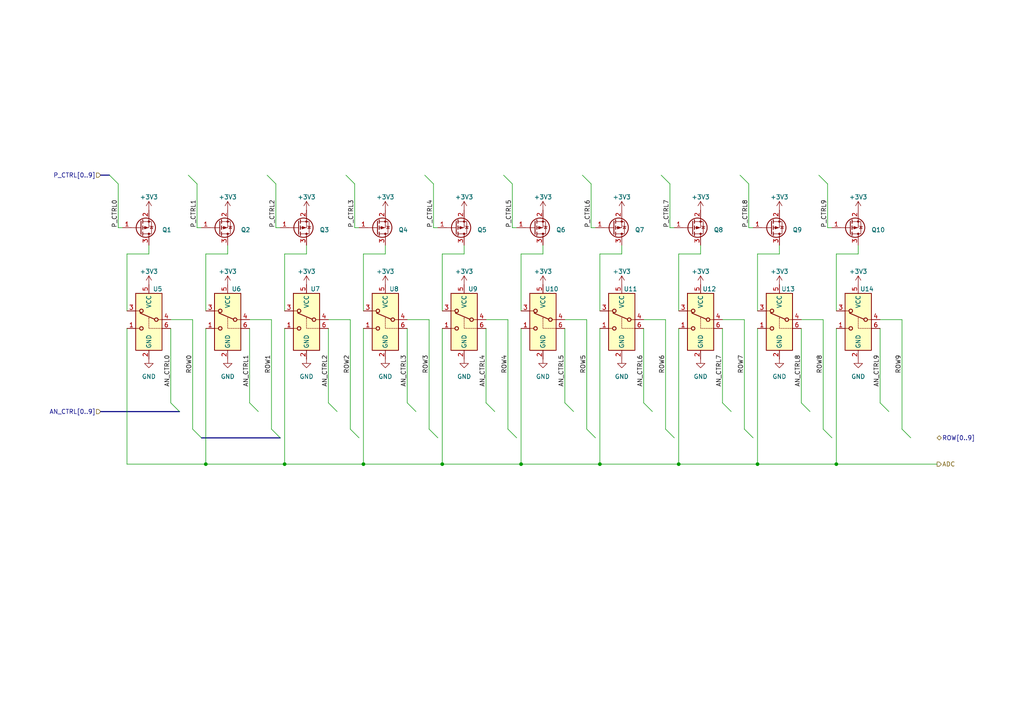
<source format=kicad_sch>
(kicad_sch (version 20210406) (generator eeschema)
  (paper "A4")
  (title_block (title "LED matrix w/ ADC") (date "26/05/2021") (rev "1") (company "Mario Rubio (mrrb.eu)"))
  (lib_symbols
    (symbol "Device:Q_PMOS_GSD" (pin_names (offset 0) hide)
      (property "Reference" "Q" (at 5.08 1.27 0))
      (property "Value" "Q_PMOS_GSD" (at 5.08 -1.27 0))
      (symbol "Q_PMOS_GSD_0_1"
        (circle (center 1.651 0) (radius 2.794) (stroke (width 0.254)))
        (circle (center 2.54 -1.778) (radius 0.254) (fill (type outline)))
        (circle (center 2.54 1.778) (radius 0.254) (fill (type outline)))
        (polyline (pts (xy 0.254 0) (xy -2.54 0)))
        (polyline (pts (xy 0.254 1.905) (xy 0.254 -1.905)) (stroke (width 0.254)))
        (polyline (pts (xy 0.762 -1.27) (xy 0.762 -2.286)) (stroke (width 0.254)))
        (polyline (pts (xy 0.762 0.508) (xy 0.762 -0.508)) (stroke (width 0.254)))
        (polyline (pts (xy 0.762 2.286) (xy 0.762 1.27)) (stroke (width 0.254)))
        (polyline (pts (xy 2.54 2.54) (xy 2.54 1.778)))
        (polyline (pts (xy 2.54 -2.54) (xy 2.54 0) (xy 0.762 0)))
        (polyline (pts (xy 0.762 1.778) (xy 3.302 1.778) (xy 3.302 -1.778) (xy 0.762 -1.778)))
        (polyline (pts (xy 2.794 -0.508) (xy 2.921 -0.381) (xy 3.683 -0.381) (xy 3.81 -0.254)))
        (polyline (pts (xy 3.302 -0.381) (xy 2.921 0.254) (xy 3.683 0.254) (xy 3.302 -0.381)))
        (polyline (pts (xy 2.286 0) (xy 1.27 0.381) (xy 1.27 -0.381) (xy 2.286 0)) (fill (type outline)))
      )
      (symbol "Q_PMOS_GSD_1_1"
        (pin input line (at -5.08 0 0) (length 2.54) (name "G") (number "1"))
        (pin passive line (at 2.54 -5.08 90) (length 2.54) (name "S") (number "2"))
        (pin passive line (at 2.54 5.08 270) (length 2.54) (name "D") (number "3"))
      )
    )
    (symbol "lcsc_analog:BL1551"
      (property "Reference" "U" (at -3.81 8.89 0))
      (property "Value" "BL1551" (at 5.08 8.89 0))
      (symbol "BL1551_1_1"
        (circle (center -2.159 0) (radius 0.508) (stroke (width 0.254)))
        (circle (center 2.159 -2.54) (radius 0.508) (stroke (width 0.254)))
        (circle (center 2.159 2.54) (radius 0.508) (stroke (width 0.254)))
        (rectangle (start -3.81 7.62) (end 3.81 -8.89) (stroke (width 0.254)) (fill (type background)))
        (polyline (pts (xy -3.81 0) (xy -2.794 0)))
        (polyline (pts (xy -3.556 -2.54) (xy -3.81 -2.54)))
        (polyline (pts (xy -3.048 -2.54) (xy -3.302 -2.54)))
        (polyline (pts (xy -2.54 -2.54) (xy -2.794 -2.54)))
        (polyline (pts (xy -2.032 -2.54) (xy -2.286 -2.54)))
        (polyline (pts (xy -1.651 0.127) (xy 2.54 1.905)) (stroke (width 0.254)))
        (polyline (pts (xy -1.524 -2.54) (xy -1.778 -2.54)))
        (polyline (pts (xy -1.016 -2.54) (xy -1.27 -2.54)))
        (polyline (pts (xy -0.508 -2.54) (xy -0.762 -2.54)))
        (polyline (pts (xy 0 -2.54) (xy -0.254 -2.54)))
        (polyline (pts (xy 0 -2.286) (xy 0 -2.032)))
        (polyline (pts (xy 0 -1.778) (xy 0 -1.524)))
        (polyline (pts (xy 0 -1.27) (xy 0 -1.016)))
        (polyline (pts (xy 0 -0.762) (xy 0 -0.508)))
        (polyline (pts (xy 0 -0.254) (xy 0 0)))
        (polyline (pts (xy 0 0.254) (xy 0 0.508)))
        (polyline (pts (xy 0 0.254) (xy 0 0.508)))
        (polyline (pts (xy 3.81 -2.54) (xy 2.794 -2.54)))
        (polyline (pts (xy 3.81 2.54) (xy 2.794 2.54)))
        (pin passive line (at 6.35 -2.54 180) (length 2.54) (name "~") (number "1"))
        (pin power_in line (at 0 -11.43 90) (length 2.54) (name "GND") (number "2"))
        (pin passive line (at 6.35 2.54 180) (length 2.54) (name "~") (number "3"))
        (pin passive line (at -6.35 0 0) (length 2.54) (name "~") (number "4"))
        (pin power_in line (at 0 10.16 270) (length 2.54) (name "VCC") (number "5"))
        (pin input line (at -6.35 -2.54 0) (length 2.54) (name "~") (number "6"))
      )
    )
    (symbol "power:+3.3V" (power) (pin_names (offset 0))
      (property "Value" "+3.3V" (at 0 3.556 0))
      (symbol "+3.3V_0_1"
        (polyline (pts (xy -0.762 1.27) (xy 0 2.54)))
        (polyline (pts (xy 0 0) (xy 0 2.54)))
        (polyline (pts (xy 0 2.54) (xy 0.762 1.27)))
      )
      (symbol "+3.3V_1_1"
        (pin power_in line (at 0 0 90) (length 0) hide (name "+3V3") (number "1"))
      )
    )
    (symbol "power:+3.3V_1" (power) (pin_names (offset 0))
      (property "Value" "+3.3V" (at 0 3.556 0))
      (symbol "+3.3V_1_0_1"
        (polyline (pts (xy -0.762 1.27) (xy 0 2.54)))
        (polyline (pts (xy 0 0) (xy 0 2.54)))
        (polyline (pts (xy 0 2.54) (xy 0.762 1.27)))
      )
      (symbol "+3.3V_1_1_1"
        (pin power_in line (at 0 0 90) (length 0) hide (name "+3V3") (number "1"))
      )
    )
    (symbol "power:+3.3V_10" (power) (pin_names (offset 0))
      (property "Value" "+3.3V" (at 0 3.556 0))
      (symbol "+3.3V_10_0_1"
        (polyline (pts (xy -0.762 1.27) (xy 0 2.54)))
        (polyline (pts (xy 0 0) (xy 0 2.54)))
        (polyline (pts (xy 0 2.54) (xy 0.762 1.27)))
      )
      (symbol "+3.3V_10_1_1"
        (pin power_in line (at 0 0 90) (length 0) hide (name "+3V3") (number "1"))
      )
    )
    (symbol "power:+3.3V_11" (power) (pin_names (offset 0))
      (property "Value" "+3.3V" (at 0 3.556 0))
      (symbol "+3.3V_11_0_1"
        (polyline (pts (xy -0.762 1.27) (xy 0 2.54)))
        (polyline (pts (xy 0 0) (xy 0 2.54)))
        (polyline (pts (xy 0 2.54) (xy 0.762 1.27)))
      )
      (symbol "+3.3V_11_1_1"
        (pin power_in line (at 0 0 90) (length 0) hide (name "+3V3") (number "1"))
      )
    )
    (symbol "power:+3.3V_12" (power) (pin_names (offset 0))
      (property "Value" "+3.3V" (at 0 3.556 0))
      (symbol "+3.3V_12_0_1"
        (polyline (pts (xy -0.762 1.27) (xy 0 2.54)))
        (polyline (pts (xy 0 0) (xy 0 2.54)))
        (polyline (pts (xy 0 2.54) (xy 0.762 1.27)))
      )
      (symbol "+3.3V_12_1_1"
        (pin power_in line (at 0 0 90) (length 0) hide (name "+3V3") (number "1"))
      )
    )
    (symbol "power:+3.3V_13" (power) (pin_names (offset 0))
      (property "Value" "+3.3V" (at 0 3.556 0))
      (symbol "+3.3V_13_0_1"
        (polyline (pts (xy -0.762 1.27) (xy 0 2.54)))
        (polyline (pts (xy 0 0) (xy 0 2.54)))
        (polyline (pts (xy 0 2.54) (xy 0.762 1.27)))
      )
      (symbol "+3.3V_13_1_1"
        (pin power_in line (at 0 0 90) (length 0) hide (name "+3V3") (number "1"))
      )
    )
    (symbol "power:+3.3V_14" (power) (pin_names (offset 0))
      (property "Value" "+3.3V" (at 0 3.556 0))
      (symbol "+3.3V_14_0_1"
        (polyline (pts (xy -0.762 1.27) (xy 0 2.54)))
        (polyline (pts (xy 0 0) (xy 0 2.54)))
        (polyline (pts (xy 0 2.54) (xy 0.762 1.27)))
      )
      (symbol "+3.3V_14_1_1"
        (pin power_in line (at 0 0 90) (length 0) hide (name "+3V3") (number "1"))
      )
    )
    (symbol "power:+3.3V_15" (power) (pin_names (offset 0))
      (property "Value" "+3.3V" (at 0 3.556 0))
      (symbol "+3.3V_15_0_1"
        (polyline (pts (xy -0.762 1.27) (xy 0 2.54)))
        (polyline (pts (xy 0 0) (xy 0 2.54)))
        (polyline (pts (xy 0 2.54) (xy 0.762 1.27)))
      )
      (symbol "+3.3V_15_1_1"
        (pin power_in line (at 0 0 90) (length 0) hide (name "+3V3") (number "1"))
      )
    )
    (symbol "power:+3.3V_16" (power) (pin_names (offset 0))
      (property "Value" "+3.3V" (at 0 3.556 0))
      (symbol "+3.3V_16_0_1"
        (polyline (pts (xy -0.762 1.27) (xy 0 2.54)))
        (polyline (pts (xy 0 0) (xy 0 2.54)))
        (polyline (pts (xy 0 2.54) (xy 0.762 1.27)))
      )
      (symbol "+3.3V_16_1_1"
        (pin power_in line (at 0 0 90) (length 0) hide (name "+3V3") (number "1"))
      )
    )
    (symbol "power:+3.3V_17" (power) (pin_names (offset 0))
      (property "Value" "+3.3V" (at 0 3.556 0))
      (symbol "+3.3V_17_0_1"
        (polyline (pts (xy -0.762 1.27) (xy 0 2.54)))
        (polyline (pts (xy 0 0) (xy 0 2.54)))
        (polyline (pts (xy 0 2.54) (xy 0.762 1.27)))
      )
      (symbol "+3.3V_17_1_1"
        (pin power_in line (at 0 0 90) (length 0) hide (name "+3V3") (number "1"))
      )
    )
    (symbol "power:+3.3V_18" (power) (pin_names (offset 0))
      (property "Value" "+3.3V" (at 0 3.556 0))
      (symbol "+3.3V_18_0_1"
        (polyline (pts (xy -0.762 1.27) (xy 0 2.54)))
        (polyline (pts (xy 0 0) (xy 0 2.54)))
        (polyline (pts (xy 0 2.54) (xy 0.762 1.27)))
      )
      (symbol "+3.3V_18_1_1"
        (pin power_in line (at 0 0 90) (length 0) hide (name "+3V3") (number "1"))
      )
    )
    (symbol "power:+3.3V_19" (power) (pin_names (offset 0))
      (property "Value" "+3.3V" (at 0 3.556 0))
      (symbol "+3.3V_19_0_1"
        (polyline (pts (xy -0.762 1.27) (xy 0 2.54)))
        (polyline (pts (xy 0 0) (xy 0 2.54)))
        (polyline (pts (xy 0 2.54) (xy 0.762 1.27)))
      )
      (symbol "+3.3V_19_1_1"
        (pin power_in line (at 0 0 90) (length 0) hide (name "+3V3") (number "1"))
      )
    )
    (symbol "power:+3.3V_2" (power) (pin_names (offset 0))
      (property "Value" "+3.3V" (at 0 3.556 0))
      (symbol "+3.3V_2_0_1"
        (polyline (pts (xy -0.762 1.27) (xy 0 2.54)))
        (polyline (pts (xy 0 0) (xy 0 2.54)))
        (polyline (pts (xy 0 2.54) (xy 0.762 1.27)))
      )
      (symbol "+3.3V_2_1_1"
        (pin power_in line (at 0 0 90) (length 0) hide (name "+3V3") (number "1"))
      )
    )
    (symbol "power:+3.3V_3" (power) (pin_names (offset 0))
      (property "Value" "+3.3V" (at 0 3.556 0))
      (symbol "+3.3V_3_0_1"
        (polyline (pts (xy -0.762 1.27) (xy 0 2.54)))
        (polyline (pts (xy 0 0) (xy 0 2.54)))
        (polyline (pts (xy 0 2.54) (xy 0.762 1.27)))
      )
      (symbol "+3.3V_3_1_1"
        (pin power_in line (at 0 0 90) (length 0) hide (name "+3V3") (number "1"))
      )
    )
    (symbol "power:+3.3V_4" (power) (pin_names (offset 0))
      (property "Value" "+3.3V" (at 0 3.556 0))
      (symbol "+3.3V_4_0_1"
        (polyline (pts (xy -0.762 1.27) (xy 0 2.54)))
        (polyline (pts (xy 0 0) (xy 0 2.54)))
        (polyline (pts (xy 0 2.54) (xy 0.762 1.27)))
      )
      (symbol "+3.3V_4_1_1"
        (pin power_in line (at 0 0 90) (length 0) hide (name "+3V3") (number "1"))
      )
    )
    (symbol "power:+3.3V_5" (power) (pin_names (offset 0))
      (property "Value" "+3.3V" (at 0 3.556 0))
      (symbol "+3.3V_5_0_1"
        (polyline (pts (xy -0.762 1.27) (xy 0 2.54)))
        (polyline (pts (xy 0 0) (xy 0 2.54)))
        (polyline (pts (xy 0 2.54) (xy 0.762 1.27)))
      )
      (symbol "+3.3V_5_1_1"
        (pin power_in line (at 0 0 90) (length 0) hide (name "+3V3") (number "1"))
      )
    )
    (symbol "power:+3.3V_6" (power) (pin_names (offset 0))
      (property "Value" "+3.3V" (at 0 3.556 0))
      (symbol "+3.3V_6_0_1"
        (polyline (pts (xy -0.762 1.27) (xy 0 2.54)))
        (polyline (pts (xy 0 0) (xy 0 2.54)))
        (polyline (pts (xy 0 2.54) (xy 0.762 1.27)))
      )
      (symbol "+3.3V_6_1_1"
        (pin power_in line (at 0 0 90) (length 0) hide (name "+3V3") (number "1"))
      )
    )
    (symbol "power:+3.3V_7" (power) (pin_names (offset 0))
      (property "Value" "+3.3V" (at 0 3.556 0))
      (symbol "+3.3V_7_0_1"
        (polyline (pts (xy -0.762 1.27) (xy 0 2.54)))
        (polyline (pts (xy 0 0) (xy 0 2.54)))
        (polyline (pts (xy 0 2.54) (xy 0.762 1.27)))
      )
      (symbol "+3.3V_7_1_1"
        (pin power_in line (at 0 0 90) (length 0) hide (name "+3V3") (number "1"))
      )
    )
    (symbol "power:+3.3V_8" (power) (pin_names (offset 0))
      (property "Value" "+3.3V" (at 0 3.556 0))
      (symbol "+3.3V_8_0_1"
        (polyline (pts (xy -0.762 1.27) (xy 0 2.54)))
        (polyline (pts (xy 0 0) (xy 0 2.54)))
        (polyline (pts (xy 0 2.54) (xy 0.762 1.27)))
      )
      (symbol "+3.3V_8_1_1"
        (pin power_in line (at 0 0 90) (length 0) hide (name "+3V3") (number "1"))
      )
    )
    (symbol "power:+3.3V_9" (power) (pin_names (offset 0))
      (property "Value" "+3.3V" (at 0 3.556 0))
      (symbol "+3.3V_9_0_1"
        (polyline (pts (xy -0.762 1.27) (xy 0 2.54)))
        (polyline (pts (xy 0 0) (xy 0 2.54)))
        (polyline (pts (xy 0 2.54) (xy 0.762 1.27)))
      )
      (symbol "+3.3V_9_1_1"
        (pin power_in line (at 0 0 90) (length 0) hide (name "+3V3") (number "1"))
      )
    )
    (symbol "power:GND" (power) (pin_names (offset 0))
      (property "Value" "GND" (at 0 -3.81 0))
      (symbol "GND_0_1"
        (polyline (pts (xy 0 0) (xy 0 -1.27) (xy 1.27 -1.27) (xy 0 -2.54) (xy -1.27 -1.27) (xy 0 -1.27)))
      )
      (symbol "GND_1_1"
        (pin power_in line (at 0 0 270) (length 0) hide (name "GND") (number "1"))
      )
    )
  )
  (junction (at 59.69 134.62) (diameter 0.9144))
  (junction (at 82.55 134.62) (diameter 0.9144))
  (junction (at 105.41 134.62) (diameter 0.9144))
  (junction (at 128.27 134.62) (diameter 0.9144))
  (junction (at 151.13 134.62) (diameter 0.9144))
  (junction (at 173.99 134.62) (diameter 0.9144))
  (junction (at 196.85 134.62) (diameter 0.9144))
  (junction (at 219.71 134.62) (diameter 0.9144))
  (junction (at 242.57 134.62) (diameter 0.9144))
  (bus_entry (at 31.75 50.8) (size 2.54 2.54) (stroke (width 0.1524)))
  (bus_entry (at 49.53 116.84) (size 2.54 2.54) (stroke (width 0.1524)))
  (bus_entry (at 54.61 50.8) (size 2.54 2.54) (stroke (width 0.1524)))
  (bus_entry (at 55.88 124.46) (size 2.54 2.54) (stroke (width 0.1524)))
  (bus_entry (at 72.39 116.84) (size 2.54 2.54) (stroke (width 0.1524)))
  (bus_entry (at 77.47 50.8) (size 2.54 2.54) (stroke (width 0.1524)))
  (bus_entry (at 78.74 124.46) (size 2.54 2.54) (stroke (width 0.1524)))
  (bus_entry (at 95.25 116.84) (size 2.54 2.54) (stroke (width 0.1524)))
  (bus_entry (at 100.33 50.8) (size 2.54 2.54) (stroke (width 0.1524)))
  (bus_entry (at 101.6 124.46) (size 2.54 2.54) (stroke (width 0.1524)))
  (bus_entry (at 118.11 116.84) (size 2.54 2.54) (stroke (width 0.1524)))
  (bus_entry (at 123.19 50.8) (size 2.54 2.54) (stroke (width 0.1524)))
  (bus_entry (at 124.46 124.46) (size 2.54 2.54) (stroke (width 0.1524)))
  (bus_entry (at 140.97 116.84) (size 2.54 2.54) (stroke (width 0.1524)))
  (bus_entry (at 146.05 50.8) (size 2.54 2.54) (stroke (width 0.1524)))
  (bus_entry (at 147.32 124.46) (size 2.54 2.54) (stroke (width 0.1524)))
  (bus_entry (at 163.83 116.84) (size 2.54 2.54) (stroke (width 0.1524)))
  (bus_entry (at 168.91 50.8) (size 2.54 2.54) (stroke (width 0.1524)))
  (bus_entry (at 170.18 124.46) (size 2.54 2.54) (stroke (width 0.1524)))
  (bus_entry (at 186.69 116.84) (size 2.54 2.54) (stroke (width 0.1524)))
  (bus_entry (at 191.77 50.8) (size 2.54 2.54) (stroke (width 0.1524)))
  (bus_entry (at 193.04 124.46) (size 2.54 2.54) (stroke (width 0.1524)))
  (bus_entry (at 209.55 116.84) (size 2.54 2.54) (stroke (width 0.1524)))
  (bus_entry (at 214.63 50.8) (size 2.54 2.54) (stroke (width 0.1524)))
  (bus_entry (at 215.9 124.46) (size 2.54 2.54) (stroke (width 0.1524)))
  (bus_entry (at 232.41 116.84) (size 2.54 2.54) (stroke (width 0.1524)))
  (bus_entry (at 237.49 50.8) (size 2.54 2.54) (stroke (width 0.1524)))
  (bus_entry (at 238.76 124.46) (size 2.54 2.54) (stroke (width 0.1524)))
  (bus_entry (at 255.27 116.84) (size 2.54 2.54) (stroke (width 0.1524)))
  (bus_entry (at 261.62 124.46) (size 2.54 2.54) (stroke (width 0.1524)))
  (wire (pts (xy 34.29 53.34) (xy 34.29 66.04)))
  (wire (pts (xy 35.56 66.04) (xy 34.29 66.04)))
  (wire (pts (xy 36.83 73.66) (xy 43.18 73.66)))
  (wire (pts (xy 36.83 90.17) (xy 36.83 73.66)))
  (wire (pts (xy 36.83 134.62) (xy 36.83 95.25)))
  (wire (pts (xy 43.18 73.66) (xy 43.18 71.12)))
  (wire (pts (xy 49.53 92.71) (xy 55.88 92.71)))
  (wire (pts (xy 49.53 95.25) (xy 49.53 116.84)))
  (wire (pts (xy 55.88 92.71) (xy 55.88 124.46)))
  (wire (pts (xy 57.15 53.34) (xy 57.15 66.04)))
  (wire (pts (xy 58.42 66.04) (xy 57.15 66.04)))
  (wire (pts (xy 59.69 73.66) (xy 66.04 73.66)))
  (wire (pts (xy 59.69 90.17) (xy 59.69 73.66)))
  (wire (pts (xy 59.69 95.25) (xy 59.69 134.62)))
  (wire (pts (xy 59.69 134.62) (xy 36.83 134.62)))
  (wire (pts (xy 59.69 134.62) (xy 82.55 134.62)))
  (wire (pts (xy 66.04 73.66) (xy 66.04 71.12)))
  (wire (pts (xy 72.39 92.71) (xy 78.74 92.71)))
  (wire (pts (xy 72.39 95.25) (xy 72.39 116.84)))
  (wire (pts (xy 78.74 92.71) (xy 78.74 124.46)))
  (wire (pts (xy 80.01 53.34) (xy 80.01 66.04)))
  (wire (pts (xy 81.28 66.04) (xy 80.01 66.04)))
  (wire (pts (xy 82.55 73.66) (xy 88.9 73.66)))
  (wire (pts (xy 82.55 90.17) (xy 82.55 73.66)))
  (wire (pts (xy 82.55 95.25) (xy 82.55 134.62)))
  (wire (pts (xy 82.55 134.62) (xy 105.41 134.62)))
  (wire (pts (xy 88.9 73.66) (xy 88.9 71.12)))
  (wire (pts (xy 95.25 92.71) (xy 101.6 92.71)))
  (wire (pts (xy 95.25 95.25) (xy 95.25 116.84)))
  (wire (pts (xy 101.6 92.71) (xy 101.6 124.46)))
  (wire (pts (xy 102.87 53.34) (xy 102.87 66.04)))
  (wire (pts (xy 104.14 66.04) (xy 102.87 66.04)))
  (wire (pts (xy 105.41 73.66) (xy 111.76 73.66)))
  (wire (pts (xy 105.41 90.17) (xy 105.41 73.66)))
  (wire (pts (xy 105.41 95.25) (xy 105.41 134.62)))
  (wire (pts (xy 105.41 134.62) (xy 128.27 134.62)))
  (wire (pts (xy 111.76 73.66) (xy 111.76 71.12)))
  (wire (pts (xy 118.11 92.71) (xy 124.46 92.71)))
  (wire (pts (xy 118.11 95.25) (xy 118.11 116.84)))
  (wire (pts (xy 124.46 92.71) (xy 124.46 124.46)))
  (wire (pts (xy 125.73 53.34) (xy 125.73 66.04)))
  (wire (pts (xy 127 66.04) (xy 125.73 66.04)))
  (wire (pts (xy 128.27 73.66) (xy 134.62 73.66)))
  (wire (pts (xy 128.27 90.17) (xy 128.27 73.66)))
  (wire (pts (xy 128.27 95.25) (xy 128.27 134.62)))
  (wire (pts (xy 128.27 134.62) (xy 151.13 134.62)))
  (wire (pts (xy 134.62 73.66) (xy 134.62 71.12)))
  (wire (pts (xy 140.97 92.71) (xy 147.32 92.71)))
  (wire (pts (xy 140.97 95.25) (xy 140.97 116.84)))
  (wire (pts (xy 147.32 92.71) (xy 147.32 124.46)))
  (wire (pts (xy 148.59 53.34) (xy 148.59 66.04)))
  (wire (pts (xy 149.86 66.04) (xy 148.59 66.04)))
  (wire (pts (xy 151.13 73.66) (xy 157.48 73.66)))
  (wire (pts (xy 151.13 90.17) (xy 151.13 73.66)))
  (wire (pts (xy 151.13 95.25) (xy 151.13 134.62)))
  (wire (pts (xy 151.13 134.62) (xy 173.99 134.62)))
  (wire (pts (xy 157.48 73.66) (xy 157.48 71.12)))
  (wire (pts (xy 163.83 92.71) (xy 170.18 92.71)))
  (wire (pts (xy 163.83 95.25) (xy 163.83 116.84)))
  (wire (pts (xy 170.18 92.71) (xy 170.18 124.46)))
  (wire (pts (xy 171.45 53.34) (xy 171.45 66.04)))
  (wire (pts (xy 172.72 66.04) (xy 171.45 66.04)))
  (wire (pts (xy 173.99 73.66) (xy 180.34 73.66)))
  (wire (pts (xy 173.99 90.17) (xy 173.99 73.66)))
  (wire (pts (xy 173.99 95.25) (xy 173.99 134.62)))
  (wire (pts (xy 173.99 134.62) (xy 196.85 134.62)))
  (wire (pts (xy 180.34 73.66) (xy 180.34 71.12)))
  (wire (pts (xy 186.69 92.71) (xy 193.04 92.71)))
  (wire (pts (xy 186.69 95.25) (xy 186.69 116.84)))
  (wire (pts (xy 193.04 92.71) (xy 193.04 124.46)))
  (wire (pts (xy 194.31 53.34) (xy 194.31 66.04)))
  (wire (pts (xy 195.58 66.04) (xy 194.31 66.04)))
  (wire (pts (xy 196.85 73.66) (xy 203.2 73.66)))
  (wire (pts (xy 196.85 90.17) (xy 196.85 73.66)))
  (wire (pts (xy 196.85 95.25) (xy 196.85 134.62)))
  (wire (pts (xy 196.85 134.62) (xy 219.71 134.62)))
  (wire (pts (xy 203.2 73.66) (xy 203.2 71.12)))
  (wire (pts (xy 209.55 92.71) (xy 215.9 92.71)))
  (wire (pts (xy 209.55 95.25) (xy 209.55 116.84)))
  (wire (pts (xy 215.9 92.71) (xy 215.9 124.46)))
  (wire (pts (xy 217.17 53.34) (xy 217.17 66.04)))
  (wire (pts (xy 218.44 66.04) (xy 217.17 66.04)))
  (wire (pts (xy 219.71 73.66) (xy 226.06 73.66)))
  (wire (pts (xy 219.71 90.17) (xy 219.71 73.66)))
  (wire (pts (xy 219.71 95.25) (xy 219.71 134.62)))
  (wire (pts (xy 219.71 134.62) (xy 242.57 134.62)))
  (wire (pts (xy 226.06 73.66) (xy 226.06 71.12)))
  (wire (pts (xy 232.41 92.71) (xy 238.76 92.71)))
  (wire (pts (xy 232.41 95.25) (xy 232.41 116.84)))
  (wire (pts (xy 238.76 92.71) (xy 238.76 124.46)))
  (wire (pts (xy 240.03 53.34) (xy 240.03 66.04)))
  (wire (pts (xy 241.3 66.04) (xy 240.03 66.04)))
  (wire (pts (xy 242.57 73.66) (xy 248.92 73.66)))
  (wire (pts (xy 242.57 90.17) (xy 242.57 73.66)))
  (wire (pts (xy 242.57 95.25) (xy 242.57 134.62)))
  (wire (pts (xy 242.57 134.62) (xy 271.78 134.62)))
  (wire (pts (xy 248.92 73.66) (xy 248.92 71.12)))
  (wire (pts (xy 255.27 92.71) (xy 261.62 92.71)))
  (wire (pts (xy 255.27 95.25) (xy 255.27 116.84)))
  (wire (pts (xy 261.62 92.71) (xy 261.62 124.46)))
  (bus (pts (xy 29.21 50.8) (xy 237.49 50.8)))
  (bus (pts (xy 29.21 119.38) (xy 257.81 119.38)))
  (bus (pts (xy 58.42 127) (xy 271.78 127)))
  (label "P_CTRL0" (at 34.29 66.04 90))
  (label "AN_CTRL0" (at 49.53 102.87 270))
  (label "ROW0" (at 55.88 102.87 270))
  (label "P_CTRL1" (at 57.15 66.04 90))
  (label "AN_CTRL1" (at 72.39 102.87 270))
  (label "ROW1" (at 78.74 102.87 270))
  (label "P_CTRL2" (at 80.01 66.04 90))
  (label "AN_CTRL2" (at 95.25 102.87 270))
  (label "ROW2" (at 101.6 102.87 270))
  (label "P_CTRL3" (at 102.87 66.04 90))
  (label "AN_CTRL3" (at 118.11 102.87 270))
  (label "ROW3" (at 124.46 102.87 270))
  (label "P_CTRL4" (at 125.73 66.04 90))
  (label "AN_CTRL4" (at 140.97 102.87 270))
  (label "ROW4" (at 147.32 102.87 270))
  (label "P_CTRL5" (at 148.59 66.04 90))
  (label "AN_CTRL5" (at 163.83 102.87 270))
  (label "ROW5" (at 170.18 102.87 270))
  (label "P_CTRL6" (at 171.45 66.04 90))
  (label "AN_CTRL6" (at 186.69 102.87 270))
  (label "ROW6" (at 193.04 102.87 270))
  (label "P_CTRL7" (at 194.31 66.04 90))
  (label "AN_CTRL7" (at 209.55 102.87 270))
  (label "ROW7" (at 215.9 102.87 270))
  (label "P_CTRL8" (at 217.17 66.04 90))
  (label "AN_CTRL8" (at 232.41 102.87 270))
  (label "ROW8" (at 238.76 102.87 270))
  (label "P_CTRL9" (at 240.03 66.04 90))
  (label "AN_CTRL9" (at 255.27 102.87 270))
  (label "ROW9" (at 261.62 102.87 270))
  (hierarchical_label "P_CTRL[0..9]" (shape input) (at 29.21 50.8 180))
  (hierarchical_label "AN_CTRL[0..9]" (shape input) (at 29.21 119.38 180))
  (hierarchical_label "ROW[0..9]" (shape bidirectional) (at 271.78 127 0))
  (hierarchical_label "ADC" (shape output) (at 271.78 134.62 0))
  (symbol (lib_name "power:+3.3V_15") (lib_id "power:+3.3V") (at 43.18 60.96 0) (unit 1)
    (property "Reference" "#PWR037" (effects hide))
    (property "Value" "+3.3V" (at 43.18 57.15 0))
  )
  (symbol (lib_name "power:+3.3V_14") (lib_id "power:+3.3V") (at 43.18 82.55 0) (unit 1)
    (property "Reference" "#PWR047" (effects hide))
    (property "Value" "+3.3V" (at 43.18 78.74 0))
  )
  (symbol (lib_name "power:+3.3V_9") (lib_id "power:+3.3V") (at 66.04 60.96 0) (unit 1)
    (property "Reference" "#PWR038" (effects hide))
    (property "Value" "+3.3V" (at 66.04 57.15 0))
  )
  (symbol (lib_name "power:+3.3V_13") (lib_id "power:+3.3V") (at 66.04 82.55 0) (unit 1)
    (property "Reference" "#PWR048" (effects hide))
    (property "Value" "+3.3V" (at 66.04 78.74 0))
  )
  (symbol (lib_name "power:+3.3V_11") (lib_id "power:+3.3V") (at 88.9 60.96 0) (unit 1)
    (property "Reference" "#PWR039" (effects hide))
    (property "Value" "+3.3V" (at 88.9 57.15 0))
  )
  (symbol (lib_name "power:+3.3V_12") (lib_id "power:+3.3V") (at 88.9 82.55 0) (unit 1)
    (property "Reference" "#PWR049" (effects hide))
    (property "Value" "+3.3V" (at 88.9 78.74 0))
  )
  (symbol (lib_name "power:+3.3V_10") (lib_id "power:+3.3V") (at 111.76 60.96 0) (unit 1)
    (property "Reference" "#PWR040" (effects hide))
    (property "Value" "+3.3V" (at 111.76 57.15 0))
  )
  (symbol (lib_name "power:+3.3V_16") (lib_id "power:+3.3V") (at 111.76 82.55 0) (unit 1)
    (property "Reference" "#PWR050" (effects hide))
    (property "Value" "+3.3V" (at 111.76 78.74 0))
  )
  (symbol (lib_name "power:+3.3V_17") (lib_id "power:+3.3V") (at 134.62 60.96 0) (unit 1)
    (property "Reference" "#PWR041" (effects hide))
    (property "Value" "+3.3V" (at 134.62 57.15 0))
  )
  (symbol (lib_name "power:+3.3V_18") (lib_id "power:+3.3V") (at 134.62 82.55 0) (unit 1)
    (property "Reference" "#PWR051" (effects hide))
    (property "Value" "+3.3V" (at 134.62 78.74 0))
  )
  (symbol (lib_name "power:+3.3V_19") (lib_id "power:+3.3V") (at 157.48 60.96 0) (unit 1)
    (property "Reference" "#PWR042" (effects hide))
    (property "Value" "+3.3V" (at 157.48 57.15 0))
  )
  (symbol (lib_name "power:+3.3V_2") (lib_id "power:+3.3V") (at 157.48 82.55 0) (unit 1)
    (property "Reference" "#PWR052" (effects hide))
    (property "Value" "+3.3V" (at 157.48 78.74 0))
  )
  (symbol (lib_id "power:+3.3V") (at 180.34 60.96 0) (unit 1)
    (property "Reference" "#PWR043" (effects hide))
    (property "Value" "+3.3V" (at 180.34 57.15 0))
  )
  (symbol (lib_name "power:+3.3V_1") (lib_id "power:+3.3V") (at 180.34 82.55 0) (unit 1)
    (property "Reference" "#PWR053" (effects hide))
    (property "Value" "+3.3V" (at 180.34 78.74 0))
  )
  (symbol (lib_name "power:+3.3V_5") (lib_id "power:+3.3V") (at 203.2 60.96 0) (unit 1)
    (property "Reference" "#PWR044" (effects hide))
    (property "Value" "+3.3V" (at 203.2 57.15 0))
  )
  (symbol (lib_name "power:+3.3V_6") (lib_id "power:+3.3V") (at 203.2 82.55 0) (unit 1)
    (property "Reference" "#PWR054" (effects hide))
    (property "Value" "+3.3V" (at 203.2 78.74 0))
  )
  (symbol (lib_name "power:+3.3V_8") (lib_id "power:+3.3V") (at 226.06 60.96 0) (unit 1)
    (property "Reference" "#PWR045" (effects hide))
    (property "Value" "+3.3V" (at 226.06 57.15 0))
  )
  (symbol (lib_name "power:+3.3V_4") (lib_id "power:+3.3V") (at 226.06 82.55 0) (unit 1)
    (property "Reference" "#PWR055" (effects hide))
    (property "Value" "+3.3V" (at 226.06 78.74 0))
  )
  (symbol (lib_name "power:+3.3V_7") (lib_id "power:+3.3V") (at 248.92 60.96 0) (unit 1)
    (property "Reference" "#PWR046" (effects hide))
    (property "Value" "+3.3V" (at 248.92 57.15 0))
  )
  (symbol (lib_name "power:+3.3V_3") (lib_id "power:+3.3V") (at 248.92 82.55 0) (unit 1)
    (property "Reference" "#PWR056" (effects hide))
    (property "Value" "+3.3V" (at 248.92 78.74 0))
  )
  (symbol (lib_id "power:GND") (at 43.18 104.14 0) (unit 1)
    (property "Reference" "#PWR057" (effects hide))
    (property "Value" "GND" (at 43.18 109.22 0))
  )
  (symbol (lib_id "power:GND") (at 66.04 104.14 0) (unit 1)
    (property "Reference" "#PWR058" (effects hide))
    (property "Value" "GND" (at 66.04 109.22 0))
  )
  (symbol (lib_id "power:GND") (at 88.9 104.14 0) (unit 1)
    (property "Reference" "#PWR059" (effects hide))
    (property "Value" "GND" (at 88.9 109.22 0))
  )
  (symbol (lib_id "power:GND") (at 111.76 104.14 0) (unit 1)
    (property "Reference" "#PWR060" (effects hide))
    (property "Value" "GND" (at 111.76 109.22 0))
  )
  (symbol (lib_id "power:GND") (at 134.62 104.14 0) (unit 1)
    (property "Reference" "#PWR061" (effects hide))
    (property "Value" "GND" (at 134.62 109.22 0))
  )
  (symbol (lib_id "power:GND") (at 157.48 104.14 0) (unit 1)
    (property "Reference" "#PWR062" (effects hide))
    (property "Value" "GND" (at 157.48 109.22 0))
  )
  (symbol (lib_id "power:GND") (at 180.34 104.14 0) (unit 1)
    (property "Reference" "#PWR063" (effects hide))
    (property "Value" "GND" (at 180.34 109.22 0))
  )
  (symbol (lib_id "power:GND") (at 203.2 104.14 0) (unit 1)
    (property "Reference" "#PWR064" (effects hide))
    (property "Value" "GND" (at 203.2 109.22 0))
  )
  (symbol (lib_id "power:GND") (at 226.06 104.14 0) (unit 1)
    (property "Reference" "#PWR065" (effects hide))
    (property "Value" "GND" (at 226.06 109.22 0))
  )
  (symbol (lib_id "power:GND") (at 248.92 104.14 0) (unit 1)
    (property "Reference" "#PWR066" (effects hide))
    (property "Value" "GND" (at 248.92 109.22 0))
  )
  (symbol (lib_id "Device:Q_PMOS_GSD") (at 40.64 66.04 0) (mirror x) (unit 1)
    (property "Reference" "Q1" (at 46.99 66.6749 0) (effects (justify left)))
    (property "Value" "Q_PMOS_GSD" (effects hide))
    (property "Footprint" "Package_TO_SOT_SMD:SOT-23" (effects hide))
    (property "LCSC" "C296296" (effects hide))
  )
  (symbol (lib_id "Device:Q_PMOS_GSD") (at 63.5 66.04 0) (mirror x) (unit 1)
    (property "Reference" "Q2" (at 69.85 66.6749 0) (effects (justify left)))
    (property "Value" "Q_PMOS_GSD" (effects hide))
    (property "Footprint" "Package_TO_SOT_SMD:SOT-23" (effects hide))
    (property "LCSC" "C296296" (effects hide))
  )
  (symbol (lib_id "Device:Q_PMOS_GSD") (at 86.36 66.04 0) (mirror x) (unit 1)
    (property "Reference" "Q3" (at 92.71 66.6749 0) (effects (justify left)))
    (property "Value" "Q_PMOS_GSD" (effects hide))
    (property "Footprint" "Package_TO_SOT_SMD:SOT-23" (effects hide))
    (property "LCSC" "C296296" (effects hide))
  )
  (symbol (lib_id "Device:Q_PMOS_GSD") (at 109.22 66.04 0) (mirror x) (unit 1)
    (property "Reference" "Q4" (at 115.57 66.6749 0) (effects (justify left)))
    (property "Value" "Q_PMOS_GSD" (effects hide))
    (property "Footprint" "Package_TO_SOT_SMD:SOT-23" (effects hide))
    (property "LCSC" "C296296" (effects hide))
  )
  (symbol (lib_id "Device:Q_PMOS_GSD") (at 132.08 66.04 0) (mirror x) (unit 1)
    (property "Reference" "Q5" (at 138.43 66.6749 0) (effects (justify left)))
    (property "Value" "Q_PMOS_GSD" (effects hide))
    (property "Footprint" "Package_TO_SOT_SMD:SOT-23" (effects hide))
    (property "LCSC" "C296296" (effects hide))
  )
  (symbol (lib_id "Device:Q_PMOS_GSD") (at 154.94 66.04 0) (mirror x) (unit 1)
    (property "Reference" "Q6" (at 161.29 66.6749 0) (effects (justify left)))
    (property "Value" "Q_PMOS_GSD" (effects hide))
    (property "Footprint" "Package_TO_SOT_SMD:SOT-23" (effects hide))
    (property "LCSC" "C296296" (effects hide))
  )
  (symbol (lib_id "Device:Q_PMOS_GSD") (at 177.8 66.04 0) (mirror x) (unit 1)
    (property "Reference" "Q7" (at 184.15 66.6749 0) (effects (justify left)))
    (property "Value" "Q_PMOS_GSD" (effects hide))
    (property "Footprint" "Package_TO_SOT_SMD:SOT-23" (effects hide))
    (property "LCSC" "C296296" (effects hide))
  )
  (symbol (lib_id "Device:Q_PMOS_GSD") (at 200.66 66.04 0) (mirror x) (unit 1)
    (property "Reference" "Q8" (at 207.01 66.6749 0) (effects (justify left)))
    (property "Value" "Q_PMOS_GSD" (effects hide))
    (property "Footprint" "Package_TO_SOT_SMD:SOT-23" (effects hide))
    (property "LCSC" "C296296" (effects hide))
  )
  (symbol (lib_id "Device:Q_PMOS_GSD") (at 223.52 66.04 0) (mirror x) (unit 1)
    (property "Reference" "Q9" (at 229.87 66.6749 0) (effects (justify left)))
    (property "Value" "Q_PMOS_GSD" (effects hide))
    (property "Footprint" "Package_TO_SOT_SMD:SOT-23" (effects hide))
    (property "LCSC" "C296296" (effects hide))
  )
  (symbol (lib_id "Device:Q_PMOS_GSD") (at 246.38 66.04 0) (mirror x) (unit 1)
    (property "Reference" "Q10" (at 252.73 66.6749 0) (effects (justify left)))
    (property "Value" "Q_PMOS_GSD" (effects hide))
    (property "Footprint" "Package_TO_SOT_SMD:SOT-23" (effects hide))
    (property "LCSC" "C296296" (effects hide))
  )
  (symbol (lib_id "lcsc_analog:BL1551") (at 43.18 92.71 0) (mirror y) (unit 1)
    (property "Reference" "U5" (at 45.72 83.82 0))
    (property "Value" "BL1551" (effects hide))
    (property "Footprint" "Package_TO_SOT_SMD:SC-70-8" (effects hide))
    (property "Datasheet" "https://datasheet.lcsc.com/lcsc/Shanghai-Belling-BL1551_C82528.pdf" (effects hide))
    (property "LCSC" "C82528" (effects hide))
  )
  (symbol (lib_id "lcsc_analog:BL1551") (at 66.04 92.71 0) (mirror y) (unit 1)
    (property "Reference" "U6" (at 68.58 83.82 0))
    (property "Value" "BL1551" (effects hide))
    (property "Footprint" "Package_TO_SOT_SMD:SC-70-8" (effects hide))
    (property "Datasheet" "https://datasheet.lcsc.com/lcsc/Shanghai-Belling-BL1551_C82528.pdf" (effects hide))
    (property "LCSC" "C82528" (effects hide))
  )
  (symbol (lib_id "lcsc_analog:BL1551") (at 88.9 92.71 0) (mirror y) (unit 1)
    (property "Reference" "U7" (at 91.44 83.82 0))
    (property "Value" "BL1551" (effects hide))
    (property "Footprint" "Package_TO_SOT_SMD:SC-70-8" (effects hide))
    (property "Datasheet" "https://datasheet.lcsc.com/lcsc/Shanghai-Belling-BL1551_C82528.pdf" (effects hide))
    (property "LCSC" "C82528" (effects hide))
  )
  (symbol (lib_id "lcsc_analog:BL1551") (at 111.76 92.71 0) (mirror y) (unit 1)
    (property "Reference" "U8" (at 114.3 83.82 0))
    (property "Value" "BL1551" (effects hide))
    (property "Footprint" "Package_TO_SOT_SMD:SC-70-8" (effects hide))
    (property "Datasheet" "https://datasheet.lcsc.com/lcsc/Shanghai-Belling-BL1551_C82528.pdf" (effects hide))
    (property "LCSC" "C82528" (effects hide))
  )
  (symbol (lib_id "lcsc_analog:BL1551") (at 134.62 92.71 0) (mirror y) (unit 1)
    (property "Reference" "U9" (at 137.16 83.82 0))
    (property "Value" "BL1551" (effects hide))
    (property "Footprint" "Package_TO_SOT_SMD:SC-70-8" (effects hide))
    (property "Datasheet" "https://datasheet.lcsc.com/lcsc/Shanghai-Belling-BL1551_C82528.pdf" (effects hide))
    (property "LCSC" "C82528" (effects hide))
  )
  (symbol (lib_id "lcsc_analog:BL1551") (at 157.48 92.71 0) (mirror y) (unit 1)
    (property "Reference" "U10" (at 160.02 83.82 0))
    (property "Value" "BL1551" (effects hide))
    (property "Footprint" "Package_TO_SOT_SMD:SC-70-8" (effects hide))
    (property "Datasheet" "https://datasheet.lcsc.com/lcsc/Shanghai-Belling-BL1551_C82528.pdf" (effects hide))
    (property "LCSC" "C82528" (effects hide))
  )
  (symbol (lib_id "lcsc_analog:BL1551") (at 180.34 92.71 0) (mirror y) (unit 1)
    (property "Reference" "U11" (at 182.88 83.82 0))
    (property "Value" "BL1551" (effects hide))
    (property "Footprint" "Package_TO_SOT_SMD:SC-70-8" (effects hide))
    (property "Datasheet" "https://datasheet.lcsc.com/lcsc/Shanghai-Belling-BL1551_C82528.pdf" (effects hide))
    (property "LCSC" "C82528" (effects hide))
  )
  (symbol (lib_id "lcsc_analog:BL1551") (at 203.2 92.71 0) (mirror y) (unit 1)
    (property "Reference" "U12" (at 205.74 83.82 0))
    (property "Value" "BL1551" (effects hide))
    (property "Footprint" "Package_TO_SOT_SMD:SC-70-8" (effects hide))
    (property "Datasheet" "https://datasheet.lcsc.com/lcsc/Shanghai-Belling-BL1551_C82528.pdf" (effects hide))
    (property "LCSC" "C82528" (effects hide))
  )
  (symbol (lib_id "lcsc_analog:BL1551") (at 226.06 92.71 0) (mirror y) (unit 1)
    (property "Reference" "U13" (at 228.6 83.82 0))
    (property "Value" "BL1551" (effects hide))
    (property "Footprint" "Package_TO_SOT_SMD:SC-70-8" (effects hide))
    (property "Datasheet" "https://datasheet.lcsc.com/lcsc/Shanghai-Belling-BL1551_C82528.pdf" (effects hide))
    (property "LCSC" "C82528" (effects hide))
  )
  (symbol (lib_id "lcsc_analog:BL1551") (at 248.92 92.71 0) (mirror y) (unit 1)
    (property "Reference" "U14" (at 251.46 83.82 0))
    (property "Value" "BL1551" (effects hide))
    (property "Footprint" "Package_TO_SOT_SMD:SC-70-8" (effects hide))
    (property "Datasheet" "https://datasheet.lcsc.com/lcsc/Shanghai-Belling-BL1551_C82528.pdf" (effects hide))
    (property "LCSC" "C82528" (effects hide))
  )
)
</source>
